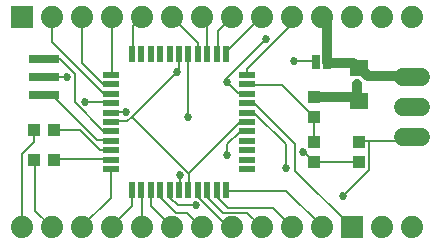
<source format=gtl>
G75*
%MOIN*%
%OFA0B0*%
%FSLAX25Y25*%
%IPPOS*%
%LPD*%
%AMOC8*
5,1,8,0,0,1.08239X$1,22.5*
%
%ADD10R,0.06299X0.05512*%
%ADD11R,0.10236X0.03150*%
%ADD12R,0.05800X0.02000*%
%ADD13R,0.02000X0.05800*%
%ADD14R,0.04331X0.03937*%
%ADD15R,0.03937X0.04331*%
%ADD16R,0.02500X0.05000*%
%ADD17C,0.06000*%
%ADD18R,0.07400X0.07400*%
%ADD19C,0.07400*%
%ADD20C,0.00800*%
%ADD21C,0.02700*%
%ADD22C,0.03200*%
D10*
X0118500Y0047988D03*
X0118500Y0059012D03*
D11*
X0013500Y0061906D03*
X0013500Y0056000D03*
X0013500Y0050094D03*
D12*
X0035900Y0050400D03*
X0035900Y0047300D03*
X0035900Y0044100D03*
X0035900Y0041000D03*
X0035900Y0037900D03*
X0035900Y0034700D03*
X0035900Y0031600D03*
X0035900Y0028400D03*
X0035900Y0025300D03*
X0081100Y0025300D03*
X0081100Y0028400D03*
X0081100Y0031600D03*
X0081100Y0034700D03*
X0081100Y0037900D03*
X0081100Y0041000D03*
X0081100Y0044100D03*
X0081100Y0047300D03*
X0081100Y0050400D03*
X0081100Y0053600D03*
X0081100Y0056700D03*
X0035900Y0056700D03*
X0035900Y0053600D03*
D13*
X0042800Y0063600D03*
X0045900Y0063600D03*
X0049100Y0063600D03*
X0052200Y0063600D03*
X0055400Y0063600D03*
X0058500Y0063600D03*
X0061600Y0063600D03*
X0064800Y0063600D03*
X0067900Y0063600D03*
X0071100Y0063600D03*
X0074200Y0063600D03*
X0074200Y0018400D03*
X0071100Y0018400D03*
X0067900Y0018400D03*
X0064800Y0018400D03*
X0061600Y0018400D03*
X0058500Y0018400D03*
X0055400Y0018400D03*
X0052200Y0018400D03*
X0049100Y0018400D03*
X0045900Y0018400D03*
X0042800Y0018400D03*
D14*
X0016846Y0028500D03*
X0010154Y0028500D03*
X0010154Y0038500D03*
X0016846Y0038500D03*
D15*
X0103500Y0034346D03*
X0103500Y0027654D03*
X0118500Y0027654D03*
X0118500Y0034346D03*
X0103500Y0042654D03*
X0103500Y0049346D03*
D16*
X0104228Y0061000D03*
X0107772Y0061000D03*
D17*
X0133000Y0056000D02*
X0139000Y0056000D01*
X0139000Y0046000D02*
X0133000Y0046000D01*
X0133000Y0036000D02*
X0139000Y0036000D01*
D18*
X0116000Y0006000D03*
X0006000Y0076000D03*
D19*
X0006000Y0006000D03*
X0016000Y0006000D03*
X0026000Y0006000D03*
X0036000Y0006000D03*
X0046000Y0006000D03*
X0056000Y0006000D03*
X0066000Y0006000D03*
X0076000Y0006000D03*
X0086000Y0006000D03*
X0096000Y0006000D03*
X0106000Y0006000D03*
X0126000Y0006000D03*
X0136000Y0006000D03*
X0136000Y0076000D03*
X0126000Y0076000D03*
X0116000Y0076000D03*
X0106000Y0076000D03*
X0096000Y0076000D03*
X0086000Y0076000D03*
X0076000Y0076000D03*
X0066000Y0076000D03*
X0056000Y0076000D03*
X0046000Y0076000D03*
X0036000Y0076000D03*
X0026000Y0076000D03*
X0016000Y0076000D03*
D20*
X0016050Y0075900D01*
X0016050Y0067850D01*
X0033200Y0050700D01*
X0035650Y0050700D01*
X0035900Y0050400D01*
X0035650Y0047550D02*
X0035900Y0047300D01*
X0035650Y0047550D02*
X0027250Y0047550D01*
X0023750Y0047550D02*
X0023750Y0057000D01*
X0018850Y0061900D01*
X0013600Y0061900D01*
X0013500Y0061906D01*
X0013500Y0056000D02*
X0013600Y0055950D01*
X0021300Y0055950D01*
X0026200Y0060850D02*
X0026200Y0075900D01*
X0026000Y0076000D01*
X0036000Y0076000D02*
X0036000Y0057000D01*
X0035900Y0056700D01*
X0035650Y0053850D02*
X0033200Y0053850D01*
X0026200Y0060850D01*
X0035650Y0053850D02*
X0035900Y0053600D01*
X0023750Y0047550D02*
X0033200Y0038100D01*
X0035650Y0038100D01*
X0035900Y0037900D01*
X0035650Y0034950D02*
X0031100Y0034950D01*
X0016050Y0050000D01*
X0013600Y0050000D01*
X0013500Y0050094D01*
X0010154Y0038500D02*
X0010100Y0038450D01*
X0010100Y0034250D01*
X0006250Y0030400D01*
X0006250Y0006250D01*
X0006000Y0006000D01*
X0010450Y0011500D02*
X0015700Y0006250D01*
X0016000Y0006000D01*
X0010450Y0011500D02*
X0010450Y0028300D01*
X0010154Y0028500D01*
X0016846Y0028500D02*
X0017100Y0028650D01*
X0035650Y0028650D01*
X0035900Y0028400D01*
X0035900Y0025300D02*
X0035650Y0025150D01*
X0035650Y0015700D01*
X0026200Y0006250D01*
X0026000Y0006000D01*
X0036000Y0006000D02*
X0036000Y0006250D01*
X0042650Y0012900D01*
X0042650Y0018150D01*
X0042800Y0018400D01*
X0045900Y0018400D02*
X0046150Y0018150D01*
X0046150Y0006250D01*
X0046000Y0006000D01*
X0049300Y0012900D02*
X0055950Y0006250D01*
X0056000Y0006000D01*
X0057350Y0010800D02*
X0061200Y0010800D01*
X0066000Y0006000D01*
X0074500Y0006250D02*
X0075900Y0006250D01*
X0076000Y0006000D01*
X0074500Y0006250D02*
X0065050Y0015700D01*
X0065050Y0018150D01*
X0064800Y0018400D01*
X0061900Y0018500D02*
X0061600Y0018400D01*
X0061900Y0018500D02*
X0061900Y0024100D01*
X0061550Y0024100D01*
X0042825Y0042825D01*
X0041250Y0041250D01*
X0036000Y0041250D01*
X0035900Y0041000D01*
X0035900Y0044100D02*
X0036000Y0044400D01*
X0040900Y0044400D01*
X0042825Y0042825D02*
X0057700Y0057700D01*
X0058400Y0058400D01*
X0058400Y0063300D01*
X0058500Y0063600D01*
X0061550Y0063300D02*
X0061600Y0063600D01*
X0061550Y0063300D02*
X0061550Y0042650D01*
X0074500Y0054200D02*
X0078000Y0050700D01*
X0080800Y0050700D01*
X0081100Y0050400D01*
X0081100Y0047300D02*
X0081150Y0047200D01*
X0083600Y0047200D01*
X0097250Y0033550D01*
X0097250Y0024800D01*
X0115800Y0006250D01*
X0116000Y0006000D01*
X0106000Y0006000D02*
X0106000Y0006250D01*
X0094100Y0018150D01*
X0074500Y0018150D01*
X0074200Y0018400D01*
X0071350Y0018150D02*
X0071100Y0018400D01*
X0071350Y0018150D02*
X0071350Y0015700D01*
X0074850Y0012200D01*
X0089900Y0012200D01*
X0095850Y0006250D01*
X0096000Y0006000D01*
X0086000Y0006000D02*
X0085700Y0006250D01*
X0081150Y0010800D01*
X0073100Y0010800D01*
X0068200Y0015700D01*
X0068200Y0018150D01*
X0067900Y0018400D01*
X0064000Y0013250D02*
X0058050Y0013250D01*
X0055600Y0015700D01*
X0055600Y0018150D01*
X0055400Y0018400D01*
X0058500Y0018400D02*
X0058750Y0018500D01*
X0058750Y0023400D01*
X0061900Y0024100D02*
X0078700Y0040900D01*
X0080800Y0040900D01*
X0081100Y0041000D01*
X0081150Y0044050D02*
X0081100Y0044100D01*
X0081150Y0044050D02*
X0083600Y0044050D01*
X0094100Y0033550D01*
X0094100Y0025850D01*
X0099700Y0031100D02*
X0100050Y0031100D01*
X0103200Y0027950D01*
X0103500Y0027654D01*
X0103550Y0027600D01*
X0118250Y0027600D01*
X0118500Y0027654D01*
X0121750Y0025150D02*
X0121750Y0034600D01*
X0118600Y0034600D01*
X0118500Y0034346D01*
X0121750Y0034600D02*
X0134350Y0034600D01*
X0135750Y0036000D01*
X0136000Y0036000D01*
X0121750Y0025150D02*
X0113000Y0016400D01*
X0103500Y0034346D02*
X0103550Y0034600D01*
X0103550Y0042650D01*
X0103500Y0042654D01*
X0103200Y0043000D01*
X0092700Y0053500D01*
X0081150Y0053500D01*
X0081100Y0053600D01*
X0081100Y0056700D02*
X0081150Y0057000D01*
X0081150Y0058750D01*
X0095850Y0073450D01*
X0095850Y0075900D01*
X0096000Y0076000D01*
X0086000Y0076000D02*
X0085700Y0075900D01*
X0074500Y0064700D01*
X0074500Y0063650D01*
X0074200Y0063600D01*
X0071350Y0063650D02*
X0071100Y0063600D01*
X0071350Y0063650D02*
X0071350Y0071350D01*
X0076000Y0076000D01*
X0067850Y0074150D02*
X0066000Y0076000D01*
X0067850Y0074150D02*
X0067850Y0063650D01*
X0067900Y0063600D01*
X0064800Y0063600D02*
X0064700Y0063650D01*
X0064700Y0067500D01*
X0056300Y0075900D01*
X0056000Y0076000D01*
X0046000Y0076000D02*
X0045800Y0075900D01*
X0043000Y0073100D01*
X0043000Y0063650D01*
X0042800Y0063600D01*
X0074500Y0055600D02*
X0074500Y0054200D01*
X0074500Y0055600D02*
X0087450Y0068550D01*
X0096900Y0061200D02*
X0103900Y0061200D01*
X0104228Y0061000D01*
X0081100Y0037900D02*
X0080800Y0037750D01*
X0078700Y0037750D01*
X0074500Y0033550D01*
X0074500Y0030050D01*
X0052450Y0018150D02*
X0052200Y0018400D01*
X0052450Y0018150D02*
X0052450Y0015700D01*
X0057350Y0010800D01*
X0049300Y0012900D02*
X0049300Y0018150D01*
X0049100Y0018400D01*
X0035900Y0031600D02*
X0035650Y0031800D01*
X0032150Y0031800D01*
X0025500Y0038450D01*
X0017100Y0038450D01*
X0016846Y0038500D01*
X0035650Y0034950D02*
X0035900Y0034700D01*
D21*
X0040900Y0044400D03*
X0027250Y0047550D03*
X0021300Y0055950D03*
X0057700Y0057700D03*
X0074500Y0054200D03*
X0061550Y0042650D03*
X0074500Y0030050D03*
X0058750Y0023400D03*
X0064000Y0013250D03*
X0094100Y0025850D03*
X0099700Y0031100D03*
X0113000Y0016400D03*
X0117900Y0053850D03*
X0096900Y0061200D03*
X0087450Y0068550D03*
D22*
X0106000Y0075900D02*
X0106000Y0076000D01*
X0106000Y0075900D02*
X0107750Y0074150D01*
X0107750Y0062600D01*
X0107772Y0061000D01*
X0108100Y0060850D01*
X0116500Y0060850D01*
X0118250Y0059100D01*
X0118500Y0059012D01*
X0119650Y0058050D01*
X0121400Y0056300D01*
X0135750Y0056300D01*
X0136000Y0056000D01*
X0117900Y0050700D02*
X0118500Y0047988D01*
X0118250Y0048250D01*
X0117200Y0049300D01*
X0103550Y0049300D01*
X0103500Y0049346D01*
X0117900Y0050700D02*
X0117900Y0053850D01*
M02*

</source>
